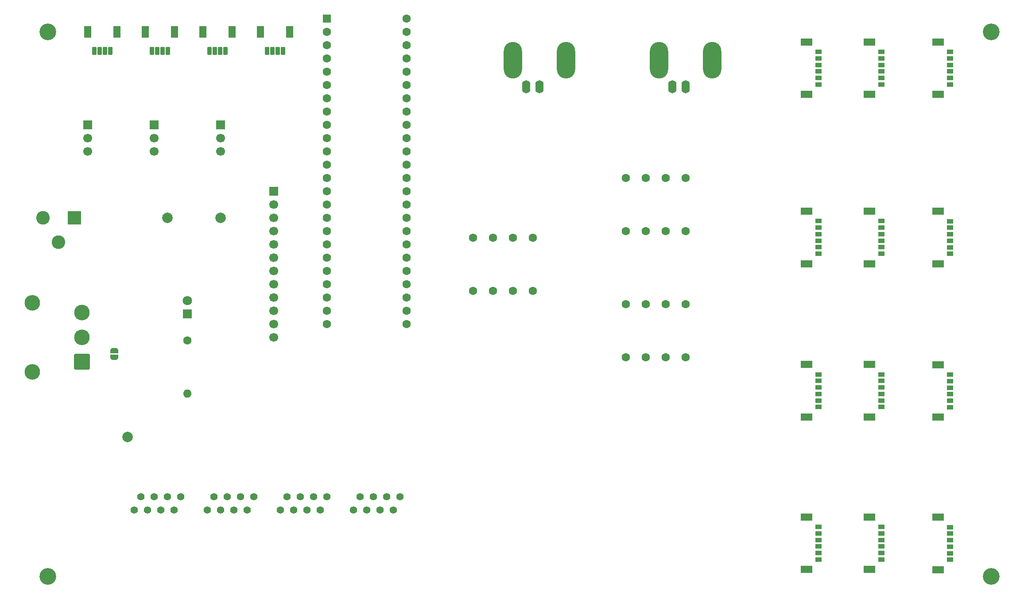
<source format=gbr>
%TF.GenerationSoftware,KiCad,Pcbnew,9.0.4*%
%TF.CreationDate,2026-01-14T14:58:21-05:00*%
%TF.ProjectId,Datta Lab Humidity Chamber PCB,44617474-6120-44c6-9162-2048756d6964,1.0*%
%TF.SameCoordinates,Original*%
%TF.FileFunction,Soldermask,Top*%
%TF.FilePolarity,Negative*%
%FSLAX46Y46*%
G04 Gerber Fmt 4.6, Leading zero omitted, Abs format (unit mm)*
G04 Created by KiCad (PCBNEW 9.0.4) date 2026-01-14 14:58:22*
%MOMM*%
%LPD*%
G01*
G04 APERTURE LIST*
G04 Aperture macros list*
%AMRoundRect*
0 Rectangle with rounded corners*
0 $1 Rounding radius*
0 $2 $3 $4 $5 $6 $7 $8 $9 X,Y pos of 4 corners*
0 Add a 4 corners polygon primitive as box body*
4,1,4,$2,$3,$4,$5,$6,$7,$8,$9,$2,$3,0*
0 Add four circle primitives for the rounded corners*
1,1,$1+$1,$2,$3*
1,1,$1+$1,$4,$5*
1,1,$1+$1,$6,$7*
1,1,$1+$1,$8,$9*
0 Add four rect primitives between the rounded corners*
20,1,$1+$1,$2,$3,$4,$5,0*
20,1,$1+$1,$4,$5,$6,$7,0*
20,1,$1+$1,$6,$7,$8,$9,0*
20,1,$1+$1,$8,$9,$2,$3,0*%
%AMFreePoly0*
4,1,23,0.500000,-0.750000,0.000000,-0.750000,0.000000,-0.745722,-0.065263,-0.745722,-0.191342,-0.711940,-0.304381,-0.646677,-0.396677,-0.554381,-0.461940,-0.441342,-0.495722,-0.315263,-0.495722,-0.250000,-0.500000,-0.250000,-0.500000,0.250000,-0.495722,0.250000,-0.495722,0.315263,-0.461940,0.441342,-0.396677,0.554381,-0.304381,0.646677,-0.191342,0.711940,-0.065263,0.745722,0.000000,0.745722,
0.000000,0.750000,0.500000,0.750000,0.500000,-0.750000,0.500000,-0.750000,$1*%
%AMFreePoly1*
4,1,23,0.000000,0.745722,0.065263,0.745722,0.191342,0.711940,0.304381,0.646677,0.396677,0.554381,0.461940,0.441342,0.495722,0.315263,0.495722,0.250000,0.500000,0.250000,0.500000,-0.250000,0.495722,-0.250000,0.495722,-0.315263,0.461940,-0.441342,0.396677,-0.554381,0.304381,-0.646677,0.191342,-0.711940,0.065263,-0.745722,0.000000,-0.745722,0.000000,-0.750000,-0.500000,-0.750000,
-0.500000,0.750000,0.000000,0.750000,0.000000,0.745722,0.000000,0.745722,$1*%
G04 Aperture macros list end*
%ADD10C,1.600000*%
%ADD11R,1.295400X0.838200*%
%ADD12R,2.260600X1.397000*%
%ADD13O,1.600000X1.600000*%
%ADD14RoundRect,0.101600X0.299720X0.674370X-0.299720X0.674370X-0.299720X-0.674370X0.299720X-0.674370X0*%
%ADD15RoundRect,0.101600X0.599440X0.999490X-0.599440X0.999490X-0.599440X-0.999490X0.599440X-0.999490X0*%
%ADD16C,3.200000*%
%ADD17C,2.000000*%
%ADD18R,1.700000X1.700000*%
%ADD19C,1.700000*%
%ADD20R,2.600000X2.600000*%
%ADD21C,2.600000*%
%ADD22O,1.600000X2.500000*%
%ADD23O,3.500000X7.000000*%
%ADD24FreePoly0,90.000000*%
%ADD25FreePoly1,90.000000*%
%ADD26C,1.397000*%
%ADD27R,1.800000X1.800000*%
%ADD28C,1.800000*%
%ADD29RoundRect,0.102000X1.387500X-1.387500X1.387500X1.387500X-1.387500X1.387500X-1.387500X-1.387500X0*%
%ADD30C,2.979000*%
%ADD31R,1.600000X1.600000*%
G04 APERTURE END LIST*
D10*
%TO.C,R7*%
X162560000Y-102870000D03*
X162560000Y-92710000D03*
%TD*%
%TO.C,R5*%
X158750000Y-92710000D03*
X158750000Y-102870000D03*
%TD*%
%TO.C,R3*%
X129540000Y-80010000D03*
X129540000Y-90170000D03*
%TD*%
%TO.C,R12*%
X162560000Y-68580000D03*
X162560000Y-78740000D03*
%TD*%
%TO.C,R10*%
X121920000Y-80010000D03*
X121920000Y-90170000D03*
%TD*%
%TO.C,R4*%
X133350000Y-80010000D03*
X133350000Y-90170000D03*
%TD*%
%TO.C,R6*%
X158750000Y-78740000D03*
X158750000Y-68580000D03*
%TD*%
%TO.C,R13*%
X154940000Y-92710000D03*
X154940000Y-102870000D03*
%TD*%
%TO.C,R11*%
X151130000Y-102870000D03*
X151130000Y-92710000D03*
%TD*%
%TO.C,R8*%
X154940000Y-78740000D03*
X154940000Y-68580000D03*
%TD*%
%TO.C,R2*%
X151130000Y-68580000D03*
X151130000Y-78740000D03*
%TD*%
D11*
%TO.C,J16*%
X213114999Y-112436665D03*
X213114999Y-111186665D03*
X213114999Y-109936665D03*
X213114999Y-108686665D03*
X213114999Y-107436665D03*
X213114999Y-106186665D03*
D12*
X210820000Y-114336666D03*
X210820000Y-104286664D03*
%TD*%
%TO.C,J24*%
X210820000Y-42573333D03*
X210820000Y-52623335D03*
D11*
X213114999Y-44473334D03*
X213114999Y-45723334D03*
X213114999Y-46973334D03*
X213114999Y-48223334D03*
X213114999Y-49473334D03*
X213114999Y-50723334D03*
%TD*%
D12*
%TO.C,J23*%
X210820000Y-74948333D03*
X210820000Y-84998335D03*
D11*
X213114999Y-76848334D03*
X213114999Y-78098334D03*
X213114999Y-79348334D03*
X213114999Y-80598334D03*
X213114999Y-81848334D03*
X213114999Y-83098334D03*
%TD*%
D12*
%TO.C,J15*%
X210820000Y-133459998D03*
X210820000Y-143510000D03*
D11*
X213114999Y-135359999D03*
X213114999Y-136609999D03*
X213114999Y-137859999D03*
X213114999Y-139109999D03*
X213114999Y-140359999D03*
X213114999Y-141609999D03*
%TD*%
D10*
%TO.C,R1*%
X67310000Y-99695000D03*
D13*
X67310000Y-109855000D03*
%TD*%
D12*
%TO.C,J21*%
X197705053Y-74930000D03*
X197705053Y-84980002D03*
D11*
X200000052Y-76830001D03*
X200000052Y-78080001D03*
X200000052Y-79330001D03*
X200000052Y-80580001D03*
X200000052Y-81830001D03*
X200000052Y-83080001D03*
%TD*%
D14*
%TO.C,J19*%
X74571013Y-44312840D03*
X73570253Y-44312840D03*
X72574573Y-44312840D03*
X71573813Y-44312840D03*
D15*
X70273333Y-40640000D03*
X75871493Y-40640000D03*
%TD*%
D10*
%TO.C,R9*%
X125730000Y-90170000D03*
X125730000Y-80010000D03*
%TD*%
D12*
%TO.C,J18*%
X185665001Y-42573333D03*
X185665001Y-52623335D03*
D11*
X187960000Y-44473334D03*
X187960000Y-45723334D03*
X187960000Y-46973334D03*
X187960000Y-48223334D03*
X187960000Y-49473334D03*
X187960000Y-50723334D03*
%TD*%
D16*
%TO.C,H6*%
X220980000Y-40640000D03*
%TD*%
D17*
%TO.C,TP3*%
X73660000Y-76200000D03*
%TD*%
D18*
%TO.C,J5*%
X73660000Y-58420000D03*
D19*
X73660000Y-60960000D03*
X73660000Y-63500000D03*
%TD*%
D20*
%TO.C,J7*%
X45720000Y-76200000D03*
D21*
X39720000Y-76200000D03*
X42720000Y-80900000D03*
%TD*%
D22*
%TO.C,J2*%
X134620000Y-51110000D03*
D23*
X129540000Y-46030000D03*
D22*
X132080000Y-51110000D03*
D23*
X139700000Y-46030000D03*
%TD*%
D24*
%TO.C,JP1*%
X53340000Y-102870000D03*
D25*
X53340000Y-101570000D03*
%TD*%
D26*
%TO.C,J8*%
X57150000Y-132080000D03*
X58420000Y-129540000D03*
X59690000Y-132080000D03*
X60960000Y-129540000D03*
X62230000Y-132080000D03*
X63500000Y-129540000D03*
X64770000Y-132080000D03*
X66040000Y-129540000D03*
X71120000Y-132080000D03*
X72390000Y-129540000D03*
X73660000Y-132080000D03*
X74930000Y-129540000D03*
X76200000Y-132080000D03*
X77470000Y-129540000D03*
X78740000Y-132080000D03*
X80010000Y-129540000D03*
X85090000Y-132080000D03*
X86360000Y-129540000D03*
X87630000Y-132080000D03*
X88900000Y-129540000D03*
X90170000Y-132080000D03*
X91440000Y-129540000D03*
X92710000Y-132080000D03*
X93980000Y-129540000D03*
X99060000Y-132080000D03*
X100330000Y-129540000D03*
X101600000Y-132080000D03*
X102870000Y-129540000D03*
X104140000Y-132080000D03*
X105410000Y-129540000D03*
X106680000Y-132080000D03*
X107950000Y-129540000D03*
%TD*%
D27*
%TO.C,D1*%
X67310000Y-94615000D03*
D28*
X67310000Y-92075000D03*
%TD*%
D29*
%TO.C,SW1*%
X47183000Y-103760000D03*
D30*
X47183000Y-99060000D03*
X47183000Y-94360000D03*
X37653000Y-105665000D03*
X37653000Y-92455000D03*
%TD*%
D12*
%TO.C,J17*%
X185665001Y-74930000D03*
X185665001Y-84980002D03*
D11*
X187960000Y-76830001D03*
X187960000Y-78080001D03*
X187960000Y-79330001D03*
X187960000Y-80580001D03*
X187960000Y-81830001D03*
X187960000Y-83080001D03*
%TD*%
%TO.C,J14*%
X200000052Y-112399999D03*
X200000052Y-111149999D03*
X200000052Y-109899999D03*
X200000052Y-108649999D03*
X200000052Y-107399999D03*
X200000052Y-106149999D03*
D12*
X197705053Y-114300000D03*
X197705053Y-104249998D03*
%TD*%
D14*
%TO.C,J20*%
X85577680Y-44312840D03*
X84576920Y-44312840D03*
X83581240Y-44312840D03*
X82580480Y-44312840D03*
D15*
X81280000Y-40640000D03*
X86878160Y-40640000D03*
%TD*%
D14*
%TO.C,J12*%
X63564347Y-44312840D03*
X62563587Y-44312840D03*
X61567907Y-44312840D03*
X60567147Y-44312840D03*
D15*
X59266667Y-40640000D03*
X64864827Y-40640000D03*
%TD*%
D17*
%TO.C,TP1*%
X63500000Y-76200000D03*
%TD*%
D11*
%TO.C,J10*%
X187960000Y-112399999D03*
X187960000Y-111149999D03*
X187960000Y-109899999D03*
X187960000Y-108649999D03*
X187960000Y-107399999D03*
X187960000Y-106149999D03*
D12*
X185665001Y-114300000D03*
X185665001Y-104249998D03*
%TD*%
D18*
%TO.C,J4*%
X60960000Y-58420000D03*
D19*
X60960000Y-60960000D03*
X60960000Y-63500000D03*
%TD*%
D16*
%TO.C,H2*%
X40640000Y-144780000D03*
%TD*%
%TO.C,H1*%
X40640000Y-40640000D03*
%TD*%
D12*
%TO.C,J22*%
X197705053Y-42573333D03*
X197705053Y-52623335D03*
D11*
X200000052Y-44473334D03*
X200000052Y-45723334D03*
X200000052Y-46973334D03*
X200000052Y-48223334D03*
X200000052Y-49473334D03*
X200000052Y-50723334D03*
%TD*%
D12*
%TO.C,J9*%
X185665001Y-133404999D03*
X185665001Y-143455001D03*
D11*
X187960000Y-135305000D03*
X187960000Y-136555000D03*
X187960000Y-137805000D03*
X187960000Y-139055000D03*
X187960000Y-140305000D03*
X187960000Y-141555000D03*
%TD*%
D17*
%TO.C,TP2*%
X55880000Y-118110000D03*
%TD*%
D18*
%TO.C,J6*%
X83820000Y-71120000D03*
D19*
X83820000Y-73660000D03*
X83820000Y-76200000D03*
X83820000Y-78740000D03*
X83820000Y-81280000D03*
X83820000Y-83820000D03*
X83820000Y-86360000D03*
X83820000Y-88900000D03*
X83820000Y-91440000D03*
X83820000Y-93980000D03*
X83820000Y-96520000D03*
X83820000Y-99060000D03*
%TD*%
D14*
%TO.C,J11*%
X52557680Y-44312840D03*
X51556920Y-44312840D03*
X50561240Y-44312840D03*
X49560480Y-44312840D03*
D15*
X48260000Y-40640000D03*
X53858160Y-40640000D03*
%TD*%
D22*
%TO.C,J1*%
X162560000Y-51110000D03*
D23*
X157480000Y-46030000D03*
D22*
X160020000Y-51110000D03*
D23*
X167640000Y-46030000D03*
%TD*%
D12*
%TO.C,J13*%
X197705053Y-133404999D03*
X197705053Y-143455001D03*
D11*
X200000052Y-135305000D03*
X200000052Y-136555000D03*
X200000052Y-137805000D03*
X200000052Y-139055000D03*
X200000052Y-140305000D03*
X200000052Y-141555000D03*
%TD*%
D19*
%TO.C,J3*%
X48260000Y-63500000D03*
X48260000Y-60960000D03*
D18*
X48260000Y-58420000D03*
%TD*%
D16*
%TO.C,H5*%
X220980000Y-144780000D03*
%TD*%
D31*
%TO.C,U1*%
X93980000Y-38100000D03*
D10*
X93980000Y-40640000D03*
X93980000Y-43180000D03*
X93980000Y-45720000D03*
X93980000Y-48260000D03*
X93980000Y-50800000D03*
X93980000Y-53340000D03*
X93980000Y-55880000D03*
X93980000Y-58420000D03*
X93980000Y-60960000D03*
X93980000Y-63500000D03*
X93980000Y-66040000D03*
X93980000Y-68580000D03*
X93980000Y-71120000D03*
X93980000Y-73660000D03*
X93980000Y-76200000D03*
X93980000Y-78740000D03*
X93980000Y-81280000D03*
X93980000Y-83820000D03*
X93980000Y-86360000D03*
X93980000Y-88900000D03*
X93980000Y-91440000D03*
X93980000Y-93980000D03*
X93980000Y-96520000D03*
X109220000Y-96520000D03*
X109220000Y-93980000D03*
X109220000Y-91440000D03*
X109220000Y-88900000D03*
X109220000Y-86360000D03*
X109220000Y-83820000D03*
X109220000Y-81280000D03*
X109220000Y-78740000D03*
X109220000Y-76200000D03*
X109220000Y-73660000D03*
X109220000Y-71120000D03*
X109220000Y-68580000D03*
X109220000Y-66040000D03*
X109220000Y-63500000D03*
X109220000Y-60960000D03*
X109220000Y-58420000D03*
X109220000Y-55880000D03*
X109220000Y-53340000D03*
X109220000Y-50800000D03*
X109220000Y-48260000D03*
X109220000Y-45720000D03*
X109220000Y-43180000D03*
X109220000Y-40640000D03*
X109220000Y-38100000D03*
%TD*%
M02*

</source>
